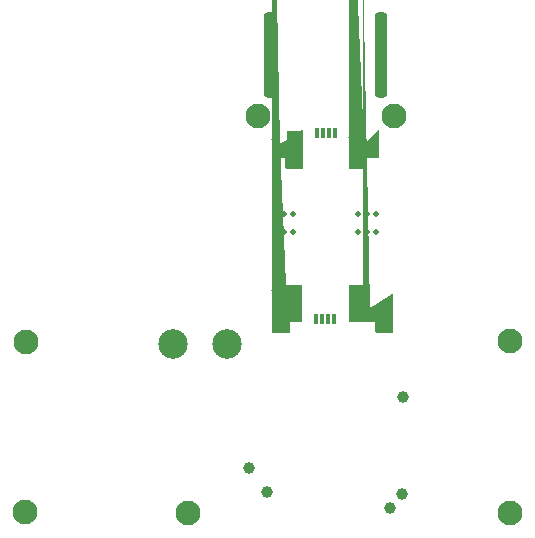
<source format=gts>
%TF.GenerationSoftware,KiCad,Pcbnew,(6.0.6-0)*%
%TF.CreationDate,2022-07-01T12:28:58+02:00*%
%TF.ProjectId,leo_headphones,6c656f5f-6865-4616-9470-686f6e65732e,rev?*%
%TF.SameCoordinates,Original*%
%TF.FileFunction,Soldermask,Top*%
%TF.FilePolarity,Negative*%
%FSLAX46Y46*%
G04 Gerber Fmt 4.6, Leading zero omitted, Abs format (unit mm)*
G04 Created by KiCad (PCBNEW (6.0.6-0)) date 2022-07-01 12:28:58*
%MOMM*%
%LPD*%
G01*
G04 APERTURE LIST*
G04 Aperture macros list*
%AMRoundRect*
0 Rectangle with rounded corners*
0 $1 Rounding radius*
0 $2 $3 $4 $5 $6 $7 $8 $9 X,Y pos of 4 corners*
0 Add a 4 corners polygon primitive as box body*
4,1,4,$2,$3,$4,$5,$6,$7,$8,$9,$2,$3,0*
0 Add four circle primitives for the rounded corners*
1,1,$1+$1,$2,$3*
1,1,$1+$1,$4,$5*
1,1,$1+$1,$6,$7*
1,1,$1+$1,$8,$9*
0 Add four rect primitives between the rounded corners*
20,1,$1+$1,$2,$3,$4,$5,0*
20,1,$1+$1,$4,$5,$6,$7,0*
20,1,$1+$1,$6,$7,$8,$9,0*
20,1,$1+$1,$8,$9,$2,$3,0*%
%AMFreePoly0*
4,1,57,1.876963,1.187756,1.892802,1.187756,1.905616,1.178446,1.920679,1.173552,1.929989,1.160739,1.942802,1.151429,1.947696,1.136366,1.957006,1.123552,1.957006,1.107713,1.961900,1.092650,1.961900,-1.992650,1.957006,-2.007713,1.957006,-2.023552,1.947696,-2.036366,1.942802,-2.051429,1.929989,-2.060739,1.920679,-2.073552,1.905616,-2.078446,1.892802,-2.087756,1.876963,-2.087756,
1.861900,-2.092650,0.541900,-2.092650,0.526837,-2.087756,0.510998,-2.087756,0.498184,-2.078446,0.483121,-2.073552,0.473811,-2.060739,0.460998,-2.051429,0.456104,-2.036366,0.446794,-2.023552,0.446794,-2.007713,0.441900,-1.992650,0.441900,-1.192650,-0.541900,-1.192650,-0.556963,-1.187756,-0.572802,-1.187756,-0.585616,-1.178446,-0.600679,-1.173552,-0.609989,-1.160739,-0.622802,-1.151429,
-0.627696,-1.136366,-0.637006,-1.123552,-0.637006,-1.107713,-0.641900,-1.092650,-0.641900,1.092650,-0.637006,1.107713,-0.637006,1.123552,-0.627696,1.136366,-0.622802,1.151429,-0.609989,1.160739,-0.600679,1.173552,-0.585616,1.178446,-0.572802,1.187756,-0.556963,1.187756,-0.541900,1.192650,1.861900,1.192650,1.876963,1.187756,1.876963,1.187756,$1*%
%AMFreePoly1*
4,1,57,1.208863,1.200006,1.224702,1.200006,1.237516,1.190696,1.252579,1.185802,1.261889,1.172989,1.274702,1.163679,1.279596,1.148616,1.288906,1.135802,1.288906,1.119963,1.293800,1.104900,1.293800,-1.110400,1.288906,-1.125463,1.288906,-1.141302,1.279596,-1.154116,1.274702,-1.169179,1.261889,-1.178489,1.252579,-1.191302,1.237516,-1.196196,1.224702,-1.205506,1.208863,-1.205506,
1.193800,-1.210400,0.260000,-1.210400,0.260000,-2.000400,0.255106,-2.015463,0.255106,-2.031302,0.245796,-2.044116,0.240902,-2.059179,0.228089,-2.068489,0.218779,-2.081302,0.203716,-2.086196,0.190902,-2.095506,0.175063,-2.095506,0.160000,-2.100400,-1.210000,-2.100400,-1.225063,-2.095506,-1.240902,-2.095506,-1.253716,-2.086196,-1.268779,-2.081302,-1.278089,-2.068489,-1.290902,-2.059179,
-1.295796,-2.044116,-1.305106,-2.031302,-1.305106,-2.015463,-1.310000,-2.000400,-1.310000,1.104900,-1.305106,1.119963,-1.305106,1.135802,-1.295796,1.148616,-1.290902,1.163679,-1.278089,1.172989,-1.268779,1.185802,-1.253716,1.190696,-1.240902,1.200006,-1.225063,1.200006,-1.210000,1.204900,1.193800,1.204900,1.208863,1.200006,1.208863,1.200006,$1*%
G04 Aperture macros list end*
%ADD10C,0.100000*%
%ADD11C,1.000000*%
%ADD12C,2.100000*%
%ADD13C,2.500000*%
%ADD14R,0.304800X0.812800*%
%ADD15FreePoly0,0.000000*%
%ADD16FreePoly1,0.000000*%
%ADD17RoundRect,0.250000X-0.250000X-3.350000X0.250000X-3.350000X0.250000X3.350000X-0.250000X3.350000X0*%
%ADD18C,0.500000*%
%ADD19FreePoly0,180.000000*%
%ADD20FreePoly1,180.000000*%
G04 APERTURE END LIST*
%TO.C,J3*%
G36*
X151866982Y-91740711D02*
G01*
X150571582Y-91740711D01*
X150571582Y-88692711D01*
X151866982Y-88692711D01*
X151866982Y-91740711D01*
G37*
D10*
X151866982Y-91740711D02*
X150571582Y-91740711D01*
X150571582Y-88692711D01*
X151866982Y-88692711D01*
X151866982Y-91740711D01*
G36*
X157174818Y-91740711D02*
G01*
X155879418Y-91740711D01*
X155879418Y-88692711D01*
X157174818Y-88692711D01*
X157174818Y-91740711D01*
G37*
X157174818Y-91740711D02*
X155879418Y-91740711D01*
X155879418Y-88692711D01*
X157174818Y-88692711D01*
X157174818Y-91740711D01*
%TO.C,J2*%
G36*
X157098618Y-104753689D02*
G01*
X155803218Y-104753689D01*
X155803218Y-101705689D01*
X157098618Y-101705689D01*
X157098618Y-104753689D01*
G37*
X157098618Y-104753689D02*
X155803218Y-104753689D01*
X155803218Y-101705689D01*
X157098618Y-101705689D01*
X157098618Y-104753689D01*
G36*
X151790782Y-104753689D02*
G01*
X150495382Y-104753689D01*
X150495382Y-101705689D01*
X151790782Y-101705689D01*
X151790782Y-104753689D01*
G37*
X151790782Y-104753689D02*
X150495382Y-104753689D01*
X150495382Y-101705689D01*
X151790782Y-101705689D01*
X151790782Y-104753689D01*
%TD*%
D11*
%TO.C,U1*%
X160434147Y-111238923D03*
X160284147Y-119388923D03*
X159284147Y-120588923D03*
X148934147Y-119238923D03*
X147384147Y-117238923D03*
%TD*%
D12*
%TO.C,H1*%
X128524000Y-106527600D03*
%TD*%
%TO.C,H2*%
X128417320Y-120914160D03*
%TD*%
%TO.C,H3*%
X159613600Y-87426800D03*
%TD*%
%TO.C,H4*%
X148107400Y-87426800D03*
%TD*%
%TO.C,H7*%
X169468800Y-106426000D03*
%TD*%
%TO.C,H9*%
X169450000Y-120980000D03*
%TD*%
%TO.C,H10*%
X142199360Y-121000520D03*
%TD*%
D13*
%TO.C,TP1*%
X145530000Y-106740000D03*
%TD*%
%TO.C,TP2*%
X140950000Y-106680000D03*
%TD*%
D14*
%TO.C,J3*%
X153123200Y-88847600D03*
X153623199Y-88847600D03*
X154123200Y-88847600D03*
X154623200Y-88847600D03*
D15*
X150021300Y-89785350D03*
D16*
X157073200Y-89797600D03*
%TD*%
D17*
%TO.C,LS1*%
X149159992Y-82270600D03*
X158559992Y-82270600D03*
%TD*%
D18*
%TO.C,mouse-bite-2mm-slot*%
X158087500Y-95741200D03*
X157337500Y-95741200D03*
X156587500Y-95741200D03*
X157337500Y-97241200D03*
X158087500Y-97241200D03*
X156587500Y-97241200D03*
%TD*%
%TO.C,mouse-bite-2mm-slot*%
X150351300Y-97241400D03*
X151101300Y-97241400D03*
X149601300Y-95741400D03*
X151101300Y-95741400D03*
X149601300Y-97241400D03*
X150351300Y-95741400D03*
%TD*%
D14*
%TO.C,J2*%
X154547000Y-104598800D03*
X154047001Y-104598800D03*
X153547000Y-104598800D03*
X153047000Y-104598800D03*
D19*
X157648900Y-103661050D03*
D20*
X150597000Y-103648800D03*
%TD*%
M02*

</source>
